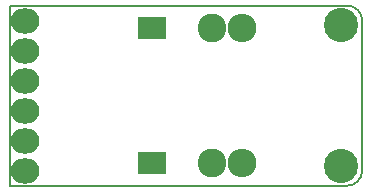
<source format=gbr>
G04 #@! TF.FileFunction,Soldermask,Bot*
%FSLAX46Y46*%
G04 Gerber Fmt 4.6, Leading zero omitted, Abs format (unit mm)*
G04 Created by KiCad (PCBNEW 4.0.4-stable) date 02/22/17 18:27:42*
%MOMM*%
%LPD*%
G01*
G04 APERTURE LIST*
%ADD10C,0.100000*%
%ADD11C,0.150000*%
%ADD12C,2.900000*%
%ADD13R,1.162000X1.924000*%
%ADD14C,2.432000*%
%ADD15O,2.432000X2.432000*%
%ADD16O,2.432000X2.127200*%
G04 APERTURE END LIST*
D10*
D11*
X163830000Y-70485000D02*
X135255000Y-70485000D01*
X165100000Y-69215000D02*
X165100000Y-56515000D01*
X163830000Y-55245000D02*
X137160000Y-55245000D01*
X165100000Y-56515000D02*
G75*
G03X163830000Y-55245000I-1270000J0D01*
G01*
X163830000Y-70485000D02*
G75*
G03X165100000Y-69215000I0J1270000D01*
G01*
X137160000Y-55245000D02*
X135255000Y-55245000D01*
X135255000Y-55245000D02*
X135255000Y-70485000D01*
D12*
X163322000Y-56896000D03*
X163322000Y-68834000D03*
D13*
X146720000Y-68580000D03*
X147920000Y-68580000D03*
X147920000Y-57150000D03*
X146720000Y-57150000D03*
D14*
X152400000Y-57150000D03*
D15*
X154940000Y-57150000D03*
D14*
X152400000Y-68580000D03*
D15*
X154940000Y-68580000D03*
D16*
X136525000Y-69215000D03*
X136525000Y-66675000D03*
X136525000Y-64135000D03*
X136525000Y-61595000D03*
X136525000Y-59055000D03*
X136525000Y-56515000D03*
M02*

</source>
